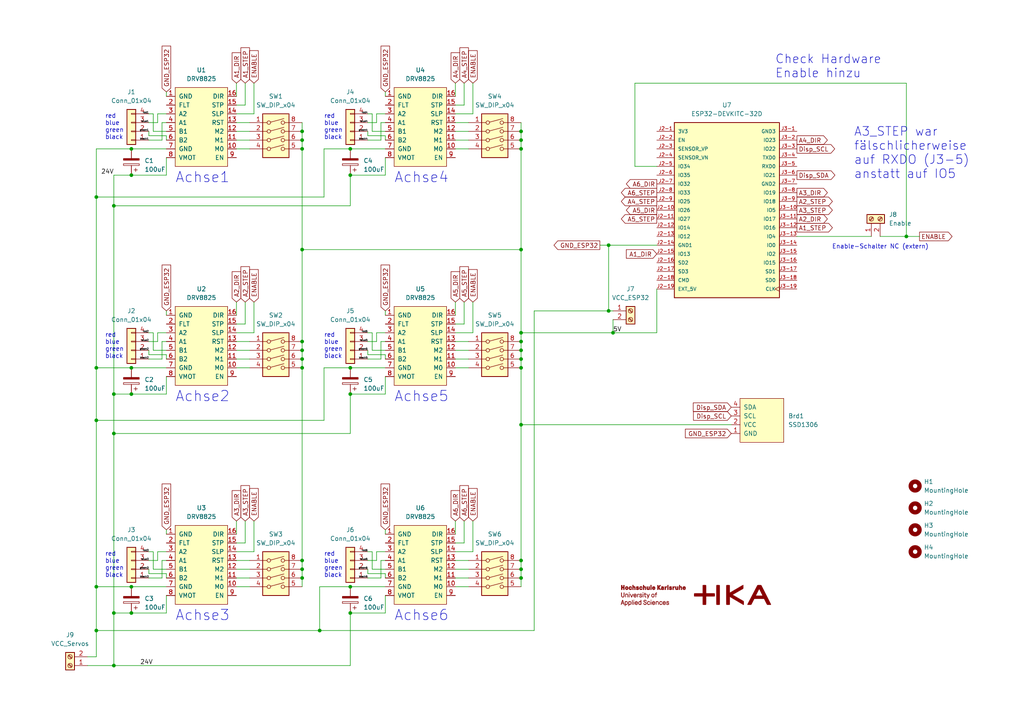
<source format=kicad_sch>
(kicad_sch (version 20230121) (generator eeschema)
  (paper "A4")
  (title_block (title "diy-robotics-arm V03"))
  (lib_symbols
    (symbol "Connector:Screw_Terminal_01x02" (pin_names (offset 1.016) hide)
      (property "Reference" "J" (at 0 2.54 0))
      (property "Value" "Screw_Terminal_01x02" (at 0 -5.08 0))
      (symbol "Screw_Terminal_01x02_1_1"
        (pin passive line (at -5.08 0 0) (length 3.81) (name "Pin_1") (number "1"))
        (pin passive line (at -5.08 -2.54 0) (length 3.81) (name "Pin_2") (number "2"))
      )
    )
    (symbol "Connector_Generic:Conn_01x04" (pin_names (offset 1.016) hide)
      (property "Reference" "J" (at 0 5.08 0))
      (property "Value" "Conn_01x04" (at 0 -7.62 0))
      (symbol "Conn_01x04_1_1"
        (pin passive line (at -5.08 2.54 0) (length 3.81) (name "Pin_1") (number "1"))
        (pin passive line (at -5.08 0 0) (length 3.81) (name "Pin_2") (number "2"))
        (pin passive line (at -5.08 -2.54 0) (length 3.81) (name "Pin_3") (number "3"))
        (pin passive line (at -5.08 -5.08 0) (length 3.81) (name "Pin_4") (number "4"))
      )
    )
    (symbol "Device:C_Polarized" (pin_numbers hide) (pin_names (offset 0.254))
      (property "Reference" "C" (at 0.635 2.54 0))
      (property "Value" "C_Polarized" (at 0.635 -2.54 0))
      (symbol "C_Polarized_1_1"
        (pin passive line (at 0 3.81 270) (length 2.794) (name "~") (number "1"))
        (pin passive line (at 0 -3.81 90) (length 2.794) (name "~") (number "2"))
      )
    )
    (symbol "ESP32-DEVKITC-32D:ESP32-DEVKITC-32D" (pin_names (offset 1.016))
      (property "Reference" "U" (at -15.2572 26.0643 0))
      (property "Value" "ESP32-DEVKITC-32D" (at -15.2563 -27.9698 0))
      (symbol "ESP32-DEVKITC-32D_0_0"
        (pin power_in line (at -20.32 22.86 0) (length 5.08) (name "3V3") (number "J2-1"))
        (pin bidirectional line (at -20.32 0 0) (length 5.08) (name "IO26") (number "J2-10"))
        (pin bidirectional line (at -20.32 -2.54 0) (length 5.08) (name "IO27") (number "J2-11"))
        (pin bidirectional line (at -20.32 -5.08 0) (length 5.08) (name "IO14") (number "J2-12"))
        (pin bidirectional line (at -20.32 -7.62 0) (length 5.08) (name "IO12") (number "J2-13"))
        (pin power_in line (at -20.32 -10.16 0) (length 5.08) (name "GND1") (number "J2-14"))
        (pin bidirectional line (at -20.32 -12.7 0) (length 5.08) (name "IO13") (number "J2-15"))
        (pin bidirectional line (at -20.32 -15.24 0) (length 5.08) (name "SD2") (number "J2-16"))
        (pin bidirectional line (at -20.32 -17.78 0) (length 5.08) (name "SD3") (number "J2-17"))
        (pin bidirectional line (at -20.32 -20.32 0) (length 5.08) (name "CMD") (number "J2-18"))
        (pin power_in line (at -20.32 -22.86 0) (length 5.08) (name "EXT_5V") (number "J2-19"))
        (pin input line (at -20.32 20.32 0) (length 5.08) (name "EN") (number "J2-2"))
        (pin input line (at -20.32 17.78 0) (length 5.08) (name "SENSOR_VP") (number "J2-3"))
        (pin input line (at -20.32 15.24 0) (length 5.08) (name "SENSOR_VN") (number "J2-4"))
        (pin bidirectional line (at -20.32 12.7 0) (length 5.08) (name "IO34") (number "J2-5"))
        (pin bidirectional line (at -20.32 10.16 0) (length 5.08) (name "IO35") (number "J2-6"))
        (pin bidirectional line (at -20.32 7.62 0) (length 5.08) (name "IO32") (number "J2-7"))
        (pin bidirectional line (at -20.32 5.08 0) (length 5.08) (name "IO33") (number "J2-8"))
        (pin bidirectional line (at -20.32 2.54 0) (length 5.08) (name "IO25") (number "J2-9"))
        (pin power_in line (at 20.32 22.86 180) (length 5.08) (name "GND3") (number "J3-1"))
        (pin bidirectional line (at 20.32 0 180) (length 5.08) (name "IO5") (number "J3-10"))
        (pin bidirectional line (at 20.32 -2.54 180) (length 5.08) (name "IO17") (number "J3-11"))
        (pin bidirectional line (at 20.32 -5.08 180) (length 5.08) (name "IO16") (number "J3-12"))
        (pin bidirectional line (at 20.32 -7.62 180) (length 5.08) (name "IO4") (number "J3-13"))
        (pin bidirectional line (at 20.32 -10.16 180) (length 5.08) (name "IO0") (number "J3-14"))
        (pin bidirectional line (at 20.32 -12.7 180) (length 5.08) (name "IO2") (number "J3-15"))
        (pin bidirectional line (at 20.32 -15.24 180) (length 5.08) (name "IO15") (number "J3-16"))
        (pin bidirectional line (at 20.32 -17.78 180) (length 5.08) (name "SD1") (number "J3-17"))
        (pin bidirectional line (at 20.32 -20.32 180) (length 5.08) (name "SD0") (number "J3-18"))
        (pin input clock (at 20.32 -22.86 180) (length 5.08) (name "CLK") (number "J3-19"))
        (pin bidirectional line (at 20.32 20.32 180) (length 5.08) (name "IO23") (number "J3-2"))
        (pin bidirectional line (at 20.32 17.78 180) (length 5.08) (name "IO22") (number "J3-3"))
        (pin output line (at 20.32 15.24 180) (length 5.08) (name "TXD0") (number "J3-4"))
        (pin input line (at 20.32 12.7 180) (length 5.08) (name "RXD0") (number "J3-5"))
        (pin bidirectional line (at 20.32 10.16 180) (length 5.08) (name "IO21") (number "J3-6"))
        (pin power_in line (at 20.32 7.62 180) (length 5.08) (name "GND2") (number "J3-7"))
        (pin bidirectional line (at 20.32 5.08 180) (length 5.08) (name "IO19") (number "J3-8"))
        (pin bidirectional line (at 20.32 2.54 180) (length 5.08) (name "IO18") (number "J3-9"))
      )
    )
    (symbol "Mechanical:MountingHole" (pin_names (offset 1.016))
      (property "Reference" "H" (at 0 5.08 0))
      (property "Value" "MountingHole" (at 0 3.175 0))
    )
    (symbol "SSD1306-128x64_OLED:SSD1306" (pin_names (offset 1.016))
      (property "Reference" "Brd" (at 0 -3.81 0))
      (property "Value" "SSD1306" (at 0 -1.27 0))
      (symbol "SSD1306_1_1"
        (pin input line (at -3.81 8.89 270) (length 2.54) (name "GND") (number "1"))
        (pin input line (at -1.27 8.89 270) (length 2.54) (name "VCC") (number "2"))
        (pin input line (at 1.27 8.89 270) (length 2.54) (name "SCL") (number "3"))
        (pin input line (at 3.81 8.89 270) (length 2.54) (name "SDA") (number "4"))
      )
    )
    (symbol "Switch:SW_DIP_x04" (pin_names (offset 0) hide)
      (property "Reference" "SW" (at 0 8.89 0))
      (property "Value" "SW_DIP_x04" (at 0 -6.35 0))
      (symbol "SW_DIP_x04_1_1"
        (pin passive line (at -7.62 5.08 0) (length 5.08) (name "~") (number "1"))
        (pin passive line (at -7.62 2.54 0) (length 5.08) (name "~") (number "2"))
        (pin passive line (at -7.62 0 0) (length 5.08) (name "~") (number "3"))
        (pin passive line (at -7.62 -2.54 0) (length 5.08) (name "~") (number "4"))
        (pin passive line (at 7.62 -2.54 180) (length 5.08) (name "~") (number "5"))
        (pin passive line (at 7.62 0 180) (length 5.08) (name "~") (number "6"))
        (pin passive line (at 7.62 2.54 180) (length 5.08) (name "~") (number "7"))
        (pin passive line (at 7.62 5.08 180) (length 5.08) (name "~") (number "8"))
      )
    )
    (symbol "drv8825:DRV8825" (pin_names (offset 1.016))
      (property "Reference" "U" (at -6.9088 -10.5664 0))
      (property "Value" "DRV8825" (at 0 0 90))
      (symbol "DRV8825_1_1"
        (pin power_in line (at -10.16 8.89 0) (length 2.54) (name "GND") (number "1"))
        (pin input line (at 10.16 -6.35 180) (length 2.54) (name "M0") (number "10"))
        (pin input line (at 10.16 -3.81 180) (length 2.54) (name "M1") (number "11"))
        (pin input line (at 10.16 -1.27 180) (length 2.54) (name "M2") (number "12"))
        (pin input line (at 10.16 1.27 180) (length 2.54) (name "RST") (number "13"))
        (pin input line (at 10.16 3.81 180) (length 2.54) (name "SLP") (number "14"))
        (pin input line (at 10.16 6.35 180) (length 2.54) (name "STP") (number "15"))
        (pin input line (at 10.16 8.89 180) (length 2.54) (name "DIR") (number "16"))
        (pin output line (at -10.16 6.35 0) (length 2.54) (name "FLT") (number "2"))
        (pin output line (at -10.16 3.81 0) (length 2.54) (name "A2") (number "3"))
        (pin output line (at -10.16 1.27 0) (length 2.54) (name "A1") (number "4"))
        (pin output line (at -10.16 -1.27 0) (length 2.54) (name "B1") (number "5"))
        (pin output line (at -10.16 -3.81 0) (length 2.54) (name "B2") (number "6"))
        (pin power_in line (at -10.16 -6.35 0) (length 2.54) (name "GND") (number "7"))
        (pin power_in line (at -10.16 -8.89 0) (length 2.54) (name "VMOT") (number "8"))
        (pin input line (at 10.16 -8.89 180) (length 2.54) (name "EN") (number "9"))
      )
    )
    (symbol "hka_logo:LOGO" (pin_names (offset 1.016)))
  )
  (junction (at 101.6 43.18))
  (junction (at 151.13 101.6))
  (junction (at 27.94 121.92))
  (junction (at 38.1 43.18))
  (junction (at 87.63 104.14))
  (junction (at 33.02 125.73))
  (junction (at 27.94 106.68))
  (junction (at 38.1 114.3))
  (junction (at 33.02 59.69))
  (junction (at 177.8 96.52))
  (junction (at 151.13 43.18))
  (junction (at 87.63 99.06))
  (junction (at 176.53 71.12))
  (junction (at 87.63 43.18))
  (junction (at 38.1 106.68))
  (junction (at 151.13 165.1))
  (junction (at 151.13 38.1))
  (junction (at 101.6 170.18))
  (junction (at 151.13 162.56))
  (junction (at 38.1 170.18))
  (junction (at 87.63 40.64))
  (junction (at 87.63 106.68))
  (junction (at 101.6 106.68))
  (junction (at 151.13 99.06))
  (junction (at 38.1 50.8))
  (junction (at 92.71 182.88))
  (junction (at 151.13 106.68))
  (junction (at 87.63 101.6))
  (junction (at 87.63 167.64))
  (junction (at 151.13 123.19))
  (junction (at 101.6 50.8))
  (junction (at 33.02 193.04))
  (junction (at 101.6 114.3))
  (junction (at 33.02 177.8))
  (junction (at 101.6 177.8))
  (junction (at 27.94 57.15))
  (junction (at 151.13 40.64))
  (junction (at 38.1 177.8))
  (junction (at 87.63 165.1))
  (junction (at 151.13 96.52))
  (junction (at 87.63 162.56))
  (junction (at 87.63 38.1))
  (junction (at 33.02 114.3))
  (junction (at 27.94 182.88))
  (junction (at 151.13 104.14))
  (junction (at 176.53 90.17))
  (junction (at 262.89 68.58))
  (junction (at 27.94 170.18))
  (junction (at 151.13 167.64))
  (junction (at 87.63 72.39))
  (junction (at 151.13 72.39))
  (wire (pts (xy 44.45 160.02) (xy 44.45 165.1)))
  (wire (pts (xy 73.66 24.13) (xy 73.66 33.02)))
  (wire (pts (xy 73.66 96.52) (xy 68.58 96.52)))
  (wire (pts (xy 73.66 87.63) (xy 73.66 96.52)))
  (wire (pts (xy 135.89 167.64) (xy 132.08 167.64)))
  (wire (pts (xy 33.02 114.3) (xy 33.02 59.69)))
  (wire (pts (xy 87.63 101.6) (xy 87.63 104.14)))
  (wire (pts (xy 111.76 153.67) (xy 111.76 154.94)))
  (wire (pts (xy 43.18 166.37) (xy 48.26 166.37)))
  (wire (pts (xy 87.63 167.64) (xy 87.63 170.18)))
  (wire (pts (xy 48.26 90.17) (xy 48.26 91.44)))
  (wire (pts (xy 135.89 99.06) (xy 132.08 99.06)))
  (wire (pts (xy 137.16 33.02) (xy 132.08 33.02)))
  (wire (pts (xy 27.94 106.68) (xy 27.94 121.92)))
  (wire (pts (xy 43.18 104.14) (xy 46.99 104.14)))
  (wire (pts (xy 92.71 170.18) (xy 92.71 182.88)))
  (wire (pts (xy 101.6 170.18) (xy 111.76 170.18)))
  (wire (pts (xy 109.22 99.06) (xy 109.22 96.52)))
  (wire (pts (xy 48.26 39.37) (xy 48.26 40.64)))
  (wire (pts (xy 137.16 96.52) (xy 132.08 96.52)))
  (wire (pts (xy 106.68 160.02) (xy 107.95 160.02)))
  (wire (pts (xy 106.68 33.02) (xy 107.95 33.02)))
  (wire (pts (xy 72.39 99.06) (xy 68.58 99.06)))
  (wire (pts (xy 132.08 151.13) (xy 132.08 154.94)))
  (wire (pts (xy 87.63 99.06) (xy 87.63 101.6)))
  (wire (pts (xy 110.49 99.06) (xy 111.76 99.06)))
  (wire (pts (xy 87.63 104.14) (xy 87.63 106.68)))
  (wire (pts (xy 87.63 35.56) (xy 87.63 38.1)))
  (wire (pts (xy 151.13 123.19) (xy 212.09 123.19)))
  (wire (pts (xy 48.26 102.87) (xy 48.26 104.14)))
  (wire (pts (xy 87.63 72.39) (xy 87.63 99.06)))
  (wire (pts (xy 43.18 33.02) (xy 44.45 33.02)))
  (wire (pts (xy 110.49 99.06) (xy 110.49 104.14)))
  (wire (pts (xy 68.58 157.48) (xy 71.12 157.48)))
  (wire (pts (xy 71.12 93.98) (xy 71.12 87.63)))
  (wire (pts (xy 27.94 170.18) (xy 38.1 170.18)))
  (wire (pts (xy 92.71 170.18) (xy 101.6 170.18)))
  (wire (pts (xy 87.63 106.68) (xy 87.63 162.56)))
  (wire (pts (xy 101.6 50.8) (xy 111.76 50.8)))
  (wire (pts (xy 132.08 24.13) (xy 132.08 27.94)))
  (wire (pts (xy 106.68 35.56) (xy 109.22 35.56)))
  (wire (pts (xy 72.39 104.14) (xy 68.58 104.14)))
  (wire (pts (xy 72.39 40.64) (xy 68.58 40.64)))
  (wire (pts (xy 111.76 90.17) (xy 111.76 91.44)))
  (wire (pts (xy 151.13 167.64) (xy 151.13 170.18)))
  (wire (pts (xy 151.13 123.19) (xy 151.13 162.56)))
  (wire (pts (xy 43.18 39.37) (xy 48.26 39.37)))
  (wire (pts (xy 45.72 99.06) (xy 45.72 96.52)))
  (wire (pts (xy 184.15 24.13) (xy 262.89 24.13)))
  (wire (pts (xy 132.08 30.48) (xy 134.62 30.48)))
  (wire (pts (xy 184.15 48.26) (xy 184.15 24.13)))
  (wire (pts (xy 154.94 182.88) (xy 154.94 90.17)))
  (wire (pts (xy 72.39 170.18) (xy 68.58 170.18)))
  (wire (pts (xy 151.13 104.14) (xy 151.13 106.68)))
  (wire (pts (xy 177.8 96.52) (xy 190.5 96.52)))
  (wire (pts (xy 33.02 177.8) (xy 38.1 177.8)))
  (wire (pts (xy 132.08 157.48) (xy 134.62 157.48)))
  (wire (pts (xy 106.68 102.87) (xy 111.76 102.87)))
  (wire (pts (xy 48.26 109.22) (xy 48.26 114.3)))
  (wire (pts (xy 109.22 96.52) (xy 111.76 96.52)))
  (wire (pts (xy 33.02 125.73) (xy 33.02 177.8)))
  (wire (pts (xy 38.1 106.68) (xy 48.26 106.68)))
  (wire (pts (xy 44.45 33.02) (xy 44.45 38.1)))
  (wire (pts (xy 87.63 162.56) (xy 87.63 165.1)))
  (wire (pts (xy 176.53 90.17) (xy 177.8 90.17)))
  (wire (pts (xy 135.89 101.6) (xy 132.08 101.6)))
  (wire (pts (xy 46.99 99.06) (xy 46.99 104.14)))
  (wire (pts (xy 173.99 71.12) (xy 176.53 71.12)))
  (wire (pts (xy 72.39 167.64) (xy 68.58 167.64)))
  (wire (pts (xy 46.99 35.56) (xy 46.99 40.64)))
  (wire (pts (xy 44.45 96.52) (xy 44.45 101.6)))
  (wire (pts (xy 109.22 35.56) (xy 109.22 33.02)))
  (wire (pts (xy 111.76 109.22) (xy 111.76 114.3)))
  (wire (pts (xy 151.13 96.52) (xy 151.13 99.06)))
  (wire (pts (xy 101.6 43.18) (xy 111.76 43.18)))
  (wire (pts (xy 135.89 38.1) (xy 132.08 38.1)))
  (wire (pts (xy 135.89 35.56) (xy 132.08 35.56)))
  (wire (pts (xy 132.08 93.98) (xy 134.62 93.98)))
  (wire (pts (xy 106.68 101.6) (xy 106.68 102.87)))
  (wire (pts (xy 135.89 165.1) (xy 132.08 165.1)))
  (wire (pts (xy 38.1 50.8) (xy 48.26 50.8)))
  (wire (pts (xy 106.68 99.06) (xy 109.22 99.06)))
  (wire (pts (xy 87.63 40.64) (xy 87.63 43.18)))
  (wire (pts (xy 44.45 38.1) (xy 48.26 38.1)))
  (wire (pts (xy 135.89 40.64) (xy 132.08 40.64)))
  (wire (pts (xy 72.39 106.68) (xy 68.58 106.68)))
  (wire (pts (xy 87.63 43.18) (xy 87.63 72.39)))
  (wire (pts (xy 72.39 165.1) (xy 68.58 165.1)))
  (wire (pts (xy 68.58 24.13) (xy 68.58 27.94)))
  (wire (pts (xy 137.16 87.63) (xy 137.16 96.52)))
  (wire (pts (xy 73.66 160.02) (xy 68.58 160.02)))
  (wire (pts (xy 33.02 177.8) (xy 33.02 193.04)))
  (wire (pts (xy 110.49 35.56) (xy 110.49 40.64)))
  (wire (pts (xy 151.13 35.56) (xy 151.13 38.1)))
  (wire (pts (xy 25.4 193.04) (xy 33.02 193.04)))
  (wire (pts (xy 106.68 165.1) (xy 106.68 166.37)))
  (wire (pts (xy 27.94 57.15) (xy 93.98 57.15)))
  (wire (pts (xy 106.68 39.37) (xy 111.76 39.37)))
  (wire (pts (xy 190.5 48.26) (xy 184.15 48.26)))
  (wire (pts (xy 151.13 106.68) (xy 151.13 123.19)))
  (wire (pts (xy 33.02 114.3) (xy 33.02 125.73)))
  (wire (pts (xy 72.39 35.56) (xy 68.58 35.56)))
  (wire (pts (xy 101.6 114.3) (xy 101.6 125.73)))
  (wire (pts (xy 87.63 72.39) (xy 151.13 72.39)))
  (wire (pts (xy 107.95 160.02) (xy 107.95 165.1)))
  (wire (pts (xy 106.68 166.37) (xy 111.76 166.37)))
  (wire (pts (xy 72.39 38.1) (xy 68.58 38.1)))
  (wire (pts (xy 101.6 177.8) (xy 111.76 177.8)))
  (wire (pts (xy 38.1 50.8) (xy 33.02 50.8)))
  (wire (pts (xy 151.13 165.1) (xy 151.13 167.64)))
  (wire (pts (xy 135.89 104.14) (xy 132.08 104.14)))
  (wire (pts (xy 107.95 38.1) (xy 111.76 38.1)))
  (wire (pts (xy 106.68 104.14) (xy 110.49 104.14)))
  (wire (pts (xy 151.13 101.6) (xy 151.13 104.14)))
  (wire (pts (xy 87.63 38.1) (xy 87.63 40.64)))
  (wire (pts (xy 43.18 162.56) (xy 45.72 162.56)))
  (wire (pts (xy 43.18 96.52) (xy 44.45 96.52)))
  (wire (pts (xy 46.99 162.56) (xy 46.99 167.64)))
  (wire (pts (xy 27.94 121.92) (xy 27.94 170.18)))
  (wire (pts (xy 93.98 106.68) (xy 93.98 121.92)))
  (wire (pts (xy 101.6 193.04) (xy 101.6 177.8)))
  (wire (pts (xy 137.16 151.13) (xy 137.16 160.02)))
  (wire (pts (xy 137.16 160.02) (xy 132.08 160.02)))
  (wire (pts (xy 43.18 38.1) (xy 43.18 39.37)))
  (wire (pts (xy 48.26 172.72) (xy 48.26 177.8)))
  (wire (pts (xy 27.94 57.15) (xy 27.94 106.68)))
  (wire (pts (xy 106.68 38.1) (xy 106.68 39.37)))
  (wire (pts (xy 151.13 40.64) (xy 151.13 43.18)))
  (wire (pts (xy 45.72 96.52) (xy 48.26 96.52)))
  (wire (pts (xy 43.18 102.87) (xy 48.26 102.87)))
  (wire (pts (xy 107.95 33.02) (xy 107.95 38.1)))
  (wire (pts (xy 48.26 45.72) (xy 48.26 50.8)))
  (wire (pts (xy 111.76 102.87) (xy 111.76 104.14)))
  (wire (pts (xy 48.26 153.67) (xy 48.26 154.94)))
  (wire (pts (xy 46.99 35.56) (xy 48.26 35.56)))
  (wire (pts (xy 176.53 71.12) (xy 176.53 90.17)))
  (wire (pts (xy 111.76 45.72) (xy 111.76 50.8)))
  (wire (pts (xy 38.1 177.8) (xy 48.26 177.8)))
  (wire (pts (xy 109.22 160.02) (xy 111.76 160.02)))
  (wire (pts (xy 48.26 26.67) (xy 48.26 27.94)))
  (wire (pts (xy 134.62 30.48) (xy 134.62 24.13)))
  (wire (pts (xy 110.49 35.56) (xy 111.76 35.56)))
  (wire (pts (xy 43.18 165.1) (xy 43.18 166.37)))
  (wire (pts (xy 48.26 166.37) (xy 48.26 167.64)))
  (wire (pts (xy 43.18 40.64) (xy 46.99 40.64)))
  (wire (pts (xy 107.95 101.6) (xy 111.76 101.6)))
  (wire (pts (xy 43.18 101.6) (xy 43.18 102.87)))
  (wire (pts (xy 45.72 162.56) (xy 45.72 160.02)))
  (wire (pts (xy 27.94 43.18) (xy 38.1 43.18)))
  (wire (pts (xy 134.62 93.98) (xy 134.62 87.63)))
  (wire (pts (xy 93.98 106.68) (xy 101.6 106.68)))
  (wire (pts (xy 231.14 68.58) (xy 252.73 68.58)))
  (wire (pts (xy 106.68 40.64) (xy 110.49 40.64)))
  (wire (pts (xy 135.89 162.56) (xy 132.08 162.56)))
  (wire (pts (xy 109.22 162.56) (xy 109.22 160.02)))
  (wire (pts (xy 93.98 43.18) (xy 93.98 57.15)))
  (wire (pts (xy 25.4 190.5) (xy 27.94 190.5)))
  (wire (pts (xy 137.16 24.13) (xy 137.16 33.02)))
  (wire (pts (xy 151.13 162.56) (xy 151.13 165.1)))
  (wire (pts (xy 71.12 30.48) (xy 71.12 24.13)))
  (wire (pts (xy 109.22 33.02) (xy 111.76 33.02)))
  (wire (pts (xy 45.72 33.02) (xy 48.26 33.02)))
  (wire (pts (xy 93.98 121.92) (xy 27.94 121.92)))
  (wire (pts (xy 107.95 165.1) (xy 111.76 165.1)))
  (wire (pts (xy 44.45 165.1) (xy 48.26 165.1)))
  (wire (pts (xy 111.76 39.37) (xy 111.76 40.64)))
  (wire (pts (xy 110.49 162.56) (xy 110.49 167.64)))
  (wire (pts (xy 68.58 151.13) (xy 68.58 154.94)))
  (wire (pts (xy 33.02 193.04) (xy 101.6 193.04)))
  (wire (pts (xy 27.94 43.18) (xy 27.94 57.15)))
  (wire (pts (xy 38.1 43.18) (xy 48.26 43.18)))
  (wire (pts (xy 151.13 38.1) (xy 151.13 40.64)))
  (wire (pts (xy 43.18 160.02) (xy 44.45 160.02)))
  (wire (pts (xy 68.58 87.63) (xy 68.58 91.44)))
  (wire (pts (xy 151.13 96.52) (xy 177.8 96.52)))
  (wire (pts (xy 46.99 99.06) (xy 48.26 99.06)))
  (wire (pts (xy 151.13 43.18) (xy 151.13 72.39)))
  (wire (pts (xy 68.58 30.48) (xy 71.12 30.48)))
  (wire (pts (xy 27.94 170.18) (xy 27.94 182.88)))
  (wire (pts (xy 73.66 151.13) (xy 73.66 160.02)))
  (wire (pts (xy 262.89 24.13) (xy 262.89 68.58)))
  (wire (pts (xy 43.18 167.64) (xy 46.99 167.64)))
  (wire (pts (xy 106.68 96.52) (xy 107.95 96.52)))
  (wire (pts (xy 101.6 106.68) (xy 111.76 106.68)))
  (wire (pts (xy 43.18 99.06) (xy 45.72 99.06)))
  (wire (pts (xy 106.68 162.56) (xy 109.22 162.56)))
  (wire (pts (xy 134.62 157.48) (xy 134.62 151.13)))
  (wire (pts (xy 107.95 96.52) (xy 107.95 101.6)))
  (wire (pts (xy 111.76 26.67) (xy 111.76 27.94)))
  (wire (pts (xy 72.39 162.56) (xy 68.58 162.56)))
  (wire (pts (xy 132.08 87.63) (xy 132.08 91.44)))
  (wire (pts (xy 33.02 50.8) (xy 33.02 59.69)))
  (wire (pts (xy 43.18 35.56) (xy 45.72 35.56)))
  (wire (pts (xy 92.71 182.88) (xy 154.94 182.88)))
  (wire (pts (xy 87.63 165.1) (xy 87.63 167.64)))
  (wire (pts (xy 92.71 182.88) (xy 27.94 182.88)))
  (wire (pts (xy 101.6 114.3) (xy 111.76 114.3)))
  (wire (pts (xy 45.72 35.56) (xy 45.72 33.02)))
  (wire (pts (xy 106.68 167.64) (xy 110.49 167.64)))
  (wire (pts (xy 176.53 71.12) (xy 190.5 71.12)))
  (wire (pts (xy 177.8 92.71) (xy 177.8 96.52)))
  (wire (pts (xy 111.76 172.72) (xy 111.76 177.8)))
  (wire (pts (xy 68.58 93.98) (xy 71.12 93.98)))
  (wire (pts (xy 45.72 160.02) (xy 48.26 160.02)))
  (wire (pts (xy 27.94 106.68) (xy 38.1 106.68)))
  (wire (pts (xy 190.5 96.52) (xy 190.5 83.82)))
  (wire (pts (xy 44.45 101.6) (xy 48.26 101.6)))
  (wire (pts (xy 33.02 59.69) (xy 101.6 59.69)))
  (wire (pts (xy 101.6 50.8) (xy 101.6 59.69)))
  (wire (pts (xy 46.99 162.56) (xy 48.26 162.56)))
  (wire (pts (xy 33.02 114.3) (xy 38.1 114.3)))
  (wire (pts (xy 27.94 190.5) (xy 27.94 182.88)))
  (wire (pts (xy 151.13 72.39) (xy 151.13 96.52)))
  (wire (pts (xy 151.13 99.06) (xy 151.13 101.6)))
  (wire (pts (xy 72.39 101.6) (xy 68.58 101.6)))
  (wire (pts (xy 111.76 166.37) (xy 111.76 167.64)))
  (wire (pts (xy 93.98 43.18) (xy 101.6 43.18)))
  (wire (pts (xy 38.1 170.18) (xy 48.26 170.18)))
  (wire (pts (xy 154.94 90.17) (xy 176.53 90.17)))
  (wire (pts (xy 262.89 68.58) (xy 266.7 68.58)))
  (wire (pts (xy 71.12 157.48) (xy 71.12 151.13)))
  (wire (pts (xy 73.66 33.02) (xy 68.58 33.02)))
  (wire (pts (xy 38.1 114.3) (xy 48.26 114.3)))
  (wire (pts (xy 72.39 43.18) (xy 68.58 43.18)))
  (wire (pts (xy 135.89 106.68) (xy 132.08 106.68)))
  (wire (pts (xy 135.89 170.18) (xy 132.08 170.18)))
  (wire (pts (xy 255.27 68.58) (xy 262.89 68.58)))
  (wire (pts (xy 101.6 125.73) (xy 33.02 125.73)))
  (wire (pts (xy 135.89 43.18) (xy 132.08 43.18)))
  (wire (pts (xy 110.49 162.56) (xy 111.76 162.56)))
  (text "red\nblue\ngreen\nblack" (at 30.48 104.14 0) (effects (font (size 1.27 1.27)) (justify left bottom)))
  (text "Achse6" (at 114.3 180.34 0) (effects (font (size 3 3)) (justify left bottom)))
  (text "red\nblue\ngreen\nblack" (at 93.98 40.64 0) (effects (font (size 1.27 1.27)) (justify left bottom)))
  (text "Achse3" (at 50.8 180.34 0) (effects (font (size 3 3)) (justify left bottom)))
  (text "red\nblue\ngreen\nblack" (at 30.48 40.64 0) (effects (font (size 1.27 1.27)) (justify left bottom)))
  (text "Achse4" (at 114.3 53.34 0) (effects (font (size 3 3)) (justify left bottom)))
  (text "Check Hardware\nEnable hinzu" (at 224.79 22.86 0) (effects (font (size 2.54 2.54)) (justify left bottom)))
  (text "Achse1" (at 50.8 53.34 0) (effects (font (size 3 3)) (justify left bottom)))
  (text "red\nblue\ngreen\nblack" (at 93.98 104.14 0) (effects (font (size 1.27 1.27)) (justify left bottom)))
  (text "Enable-Schalter NC (extern)" (at 241.3 72.39 0) (effects (font (size 1.27 1.27)) (justify left bottom)))
  (text "A3_STEP war \nfälschlicherweise \nauf RXDO (J3-5) \nanstatt auf IO5" (at 247.65 52.07 0) (effects (font (size 2.54 2.54)) (justify left bottom)))
  (text "red\nblue\ngreen\nblack" (at 30.48 167.64 0) (effects (font (size 1.27 1.27)) (justify left bottom)))
  (text "Achse2" (at 50.8 116.84 0) (effects (font (size 3 3)) (justify left bottom)))
  (text "Achse5" (at 114.3 116.84 0) (effects (font (size 3 3)) (justify left bottom)))
  (text "red\nblue\ngreen\nblack" (at 93.98 167.64 0) (effects (font (size 1.27 1.27)) (justify left bottom)))
  (label "black2" (at 43.18 104.14 180) (effects (font (size 0.5 0.5))) (property "Netclass" "Stepper" (effects hide)))
  (label "red5" (at 106.68 96.52 180) (effects (font (size 0.5 0.5))) (property "Netclass" "Stepper" (effects hide)))
  (label "blue1" (at 43.18 35.56 180) (effects (font (size 0.5 0.5))) (property "Netclass" "Stepper" (effects hide)))
  (label "5V" (at 177.8 96.52 0) (property "Netclass" "Power5V" (effects hide)))
  (label "green4" (at 106.68 38.1 180) (effects (font (size 0.5 0.5))) (property "Netclass" "Stepper" (effects hide)))
  (label "black3" (at 43.18 167.64 180) (effects (font (size 0.5 0.5))) (property "Netclass" "Stepper" (effects hide)))
  (label "blue3" (at 43.18 162.56 180) (effects (font (size 0.5 0.5))) (property "Netclass" "Stepper" (effects hide)))
  (label "blue2" (at 43.18 99.06 180) (effects (font (size 0.5 0.5))) (property "Netclass" "Stepper" (effects hide)))
  (label "green3" (at 43.18 165.1 180) (effects (font (size 0.5 0.5))) (property "Netclass" "Stepper" (effects hide)))
  (label "red1" (at 43.18 33.02 180) (effects (font (size 0.5 0.5))) (property "Netclass" "Stepper" (effects hide)))
  (label "red2" (at 43.18 96.52 180) (effects (font (size 0.5 0.5))) (property "Netclass" "Stepper" (effects hide)))
  (label "black5" (at 106.68 104.14 180) (effects (font (size 0.5 0.5))) (property "Netclass" "Stepper" (effects hide)))
  (label "red3" (at 43.18 160.02 180) (effects (font (size 0.5 0.5))) (property "Netclass" "Stepper" (effects hide)))
  (label "green5" (at 106.68 101.6 180) (effects (font (size 0.5 0.5))) (property "Netclass" "Stepper" (effects hide)))
  (label "black1" (at 43.18 40.64 180) (effects (font (size 0.5 0.5))) (property "Netclass" "Stepper" (effects hide)))
  (label "blue5" (at 106.68 99.06 180) (effects (font (size 0.5 0.5))) (property "Netclass" "Stepper" (effects hide)))
  (label "green2" (at 43.18 101.6 180) (effects (font (size 0.5 0.5))) (property "Netclass" "Stepper" (effects hide)))
  (label "green6" (at 106.68 165.1 180) (effects (font (size 0.5 0.5))) (property "Netclass" "Stepper" (effects hide)))
  (label "24V" (at 40.64 193.04 0) (property "Netclass" "Power24V" (effects hide)))
  (label "24V" (at 33.02 50.8 180))
  (label "red4" (at 106.68 33.02 180) (effects (font (size 0.5 0.5))) (property "Netclass" "Stepper" (effects hide)))
  (label "blue4" (at 106.68 35.56 180) (effects (font (size 0.5 0.5))) (property "Netclass" "Stepper" (effects hide)))
  (label "red6" (at 106.68 160.02 180) (effects (font (size 0.5 0.5))) (property "Netclass" "Stepper" (effects hide)))
  (label "black4" (at 106.68 40.64 180) (effects (font (size 0.5 0.5))) (property "Netclass" "Stepper" (effects hide)))
  (label "black6" (at 106.68 167.64 180) (effects (font (size 0.5 0.5))) (property "Netclass" "Stepper" (effects hide)))
  (label "green1" (at 43.18 38.1 180) (effects (font (size 0.5 0.5))) (property "Netclass" "Stepper" (effects hide)))
  (label "blue6" (at 106.68 162.56 180) (effects (font (size 0.5 0.5))) (property "Netclass" "Stepper" (effects hide)))
  (global_label "A1_DIR" (shape input) (at 190.5 73.66 180) (property "Intersheetrefs" "${INTERSHEET_REFS}" (effects hide)))
  (global_label "Disp_SCL" (shape output) (at 231.14 43.18 0) (property "Intersheetrefs" "${INTERSHEET_REFS}" (effects hide)))
  (global_label "GND_ESP32" (shape input) (at 212.09 125.73 180) (property "Intersheetrefs" "${INTERSHEET_REFS}" (effects hide)))
  (global_label "A6_DIR" (shape output) (at 190.5 53.34 180) (property "Intersheetrefs" "${INTERSHEET_REFS}" (effects hide)))
  (global_label "A5_STEP" (shape output) (at 190.5 63.5 180) (property "Intersheetrefs" "${INTERSHEET_REFS}" (effects hide)))
  (global_label "GND_ESP32" (shape input) (at 48.26 90.17 90) (property "Intersheetrefs" "${INTERSHEET_REFS}" (effects hide)))
  (global_label "GND_ESP32" (shape input) (at 111.76 26.67 90) (property "Intersheetrefs" "${INTERSHEET_REFS}" (effects hide)))
  (global_label "A4_DIR" (shape input) (at 132.08 24.13 90) (property "Intersheetrefs" "${INTERSHEET_REFS}" (effects hide)))
  (global_label "A3_STEP" (shape output) (at 231.14 60.96 0) (property "Intersheetrefs" "${INTERSHEET_REFS}" (effects hide)))
  (global_label "GND_ESP32" (shape input) (at 48.26 153.67 90) (property "Intersheetrefs" "${INTERSHEET_REFS}" (effects hide)))
  (global_label "A5_DIR" (shape output) (at 190.5 60.96 180) (property "Intersheetrefs" "${INTERSHEET_REFS}" (effects hide)))
  (global_label "Disp_SDA" (shape output) (at 231.14 50.8 0) (property "Intersheetrefs" "${INTERSHEET_REFS}" (effects hide)))
  (global_label "A6_STEP" (shape output) (at 190.5 55.88 180) (property "Intersheetrefs" "${INTERSHEET_REFS}" (effects hide)))
  (global_label "A1_STEP" (shape output) (at 231.14 66.04 0) (property "Intersheetrefs" "${INTERSHEET_REFS}" (effects hide)))
  (global_label "GND_ESP32" (shape output) (at 173.99 71.12 180) (property "Intersheetrefs" "${INTERSHEET_REFS}" (effects hide)))
  (global_label "A3_STEP" (shape input) (at 71.12 151.13 90) (property "Intersheetrefs" "${INTERSHEET_REFS}" (effects hide)))
  (global_label "A3_DIR" (shape input) (at 68.58 151.13 90) (property "Intersheetrefs" "${INTERSHEET_REFS}" (effects hide)))
  (global_label "A1_STEP" (shape input) (at 71.12 24.13 90) (property "Intersheetrefs" "${INTERSHEET_REFS}" (effects hide)))
  (global_label "ENABLE" (shape output) (at 266.7 68.58 0) (property "Intersheetrefs" "${INTERSHEET_REFS}" (effects hide)))
  (global_label "GND_ESP32" (shape input) (at 48.26 26.67 90) (property "Intersheetrefs" "${INTERSHEET_REFS}" (effects hide)))
  (global_label "A1_DIR" (shape input) (at 68.58 24.13 90) (property "Intersheetrefs" "${INTERSHEET_REFS}" (effects hide)))
  (global_label "ENABLE" (shape input) (at 73.66 87.63 90) (property "Intersheetrefs" "${INTERSHEET_REFS}" (effects hide)))
  (global_label "A2_DIR" (shape input) (at 68.58 87.63 90) (property "Intersheetrefs" "${INTERSHEET_REFS}" (effects hide)))
  (global_label "Disp_SDA" (shape input) (at 212.09 118.11 180) (property "Intersheetrefs" "${INTERSHEET_REFS}" (effects hide)))
  (global_label "A2_STEP" (shape output) (at 231.14 58.42 0) (property "Intersheetrefs" "${INTERSHEET_REFS}" (effects hide)))
  (global_label "GND_ESP32" (shape input) (at 111.76 153.67 90) (property "Intersheetrefs" "${INTERSHEET_REFS}" (effects hide)))
  (global_label "A6_DIR" (shape input) (at 132.08 151.13 90) (property "Intersheetrefs" "${INTERSHEET_REFS}" (effects hide)))
  (global_label "GND_ESP32" (shape input) (at 111.76 90.17 90) (property "Intersheetrefs" "${INTERSHEET_REFS}" (effects hide)))
  (global_label "A5_STEP" (shape input) (at 134.62 87.63 90) (property "Intersheetrefs" "${INTERSHEET_REFS}" (effects hide)))
  (global_label "A4_DIR" (shape output) (at 231.14 40.64 0) (property "Intersheetrefs" "${INTERSHEET_REFS}" (effects hide)))
  (global_label "A2_DIR" (shape output) (at 231.14 63.5 0) (property "Intersheetrefs" "${INTERSHEET_REFS}" (effects hide)))
  (global_label "ENABLE" (shape input) (at 137.16 151.13 90) (property "Intersheetrefs" "${INTERSHEET_REFS}" (effects hide)))
  (global_label "ENABLE" (shape input) (at 137.16 24.13 90) (property "Intersheetrefs" "${INTERSHEET_REFS}" (effects hide)))
  (global_label "A6_STEP" (shape input) (at 134.62 151.13 90) (property "Intersheetrefs" "${INTERSHEET_REFS}" (effects hide)))
  (global_label "Disp_SCL" (shape input) (at 212.09 120.65 180) (property "Intersheetrefs" "${INTERSHEET_REFS}" (effects hide)))
  (global_label "ENABLE" (shape input) (at 137.16 87.63 90) (property "Intersheetrefs" "${INTERSHEET_REFS}" (effects hide)))
  (global_label "A2_STEP" (shape input) (at 71.12 87.63 90) (property "Intersheetrefs" "${INTERSHEET_REFS}" (effects hide)))
  (global_label "A3_DIR" (shape output) (at 231.14 55.88 0) (property "Intersheetrefs" "${INTERSHEET_REFS}" (effects hide)))
  (global_label "A5_DIR" (shape input) (at 132.08 87.63 90) (property "Intersheetrefs" "${INTERSHEET_REFS}" (effects hide)))
  (global_label "ENABLE" (shape input) (at 73.66 151.13 90) (property "Intersheetrefs" "${INTERSHEET_REFS}" (effects hide)))
  (global_label "A4_STEP" (shape output) (at 190.5 58.42 180) (property "Intersheetrefs" "${INTERSHEET_REFS}" (effects hide)))
  (global_label "A4_STEP" (shape input) (at 134.62 24.13 90) (property "Intersheetrefs" "${INTERSHEET_REFS}" (effects hide)))
  (global_label "ENABLE" (shape input) (at 73.66 24.13 90) (property "Intersheetrefs" "${INTERSHEET_REFS}" (effects hide)))
  (symbol (lib_id "Connector:Screw_Terminal_01x02") (at 20.32 193.04 180) (unit 1)
    (property "Reference" "J9" (at 20.32 184.15 0))
    (property "Value" "VCC_Servos" (at 20.32 186.69 0))
    (property "Footprint" "TerminalBlock_Phoenix:TerminalBlock_Phoenix_MKDS-1,5-2_1x02_P5.00mm_Horizontal" (effects hide))
  )
  (symbol (lib_id "drv8825:DRV8825") (at 121.92 163.83 0) (unit 1)
    (property "Reference" "U6" (at 121.92 147.32 0))
    (property "Value" "DRV8825" (at 121.92 149.86 0))
    (property "Footprint" "DRV8825:DRV8825_Breakout_15.2x20.3mm" (effects hide))
    (property "Datasheet" "https://www.ti.com/lit/ds/symlink/drv8825.pdf" (effects hide))
  )
  (symbol (lib_id "Connector_Generic:Conn_01x04") (at 38.1 38.1 180) (unit 1)
    (property "Reference" "J1" (at 38.1 26.67 0))
    (property "Value" "Conn_01x04" (at 38.1 29.21 0))
    (property "Footprint" "Connector_PinHeader_2.54mm:PinHeader_1x04_P2.54mm_Vertical" (effects hide))
  )
  (symbol (lib_id "Device:C_Polarized") (at 101.6 110.49 180) (unit 1)
    (property "Reference" "C5" (at 105.41 110.109 0) (effects (justify right)))
    (property "Value" "100uF" (at 105.41 112.649 0) (effects (justify right)))
    (property "Footprint" "Capacitor_THT:CP_Radial_D5.0mm_P2.00mm" (effects hide))
  )
  (symbol (lib_id "Connector:Screw_Terminal_01x02") (at 182.88 90.17 0) (unit 1)
    (property "Reference" "J7" (at 182.88 83.82 0))
    (property "Value" "VCC_ESP32" (at 182.88 86.36 0))
    (property "Footprint" "TerminalBlock_Phoenix:TerminalBlock_Phoenix_MKDS-1,5-2_1x02_P5.00mm_Horizontal" (effects hide))
  )
  (symbol (lib_id "drv8825:DRV8825") (at 121.92 36.83 0) (unit 1)
    (property "Reference" "U4" (at 121.92 20.32 0))
    (property "Value" "DRV8825" (at 121.92 22.86 0))
    (property "Footprint" "DRV8825:DRV8825_Breakout_15.2x20.3mm" (effects hide))
    (property "Datasheet" "https://www.ti.com/lit/ds/symlink/drv8825.pdf" (effects hide))
  )
  (symbol (lib_id "ESP32-DEVKITC-32D:ESP32-DEVKITC-32D") (at 210.82 60.96 0) (unit 1)
    (property "Reference" "U7" (at 210.82 30.48 0))
    (property "Value" "ESP32-DEVKITC-32D" (at 210.82 33.02 0))
    (property "Footprint" "ESP32-DEVKITC-32D:MODULE_ESP32-DEVKITC-32D" (effects hide))
    (property "MF" "Espressif Systems" (effects hide))
    (property "MAXIMUM_PACKAGE_HEIGHT" "N/A" (effects hide))
    (property "Package" "None" (effects hide))
    (property "Price" "None" (effects hide))
    (property "Check_prices" "https://www.snapeda.com/parts/ESP32-DEVKITC-32D/Espressif+Systems/view-part/?ref=eda" (effects hide))
    (property "STANDARD" "Manufacturer Recommendations" (effects hide))
    (property "PARTREV" "V4" (effects hide))
    (property "SnapEDA_Link" "https://www.snapeda.com/parts/ESP32-DEVKITC-32D/Espressif+Systems/view-part/?ref=snap" (effects hide))
    (property "MP" "ESP32-DEVKITC-32D" (effects hide))
    (property "Purchase-URL" "https://www.snapeda.com/api/url_track_click_mouser/?unipart_id=2777395&manufacturer=Espressif Systems&part_name=ESP32-DEVKITC-32D&search_term=None" (effects hide))
    (property "Description" "\nWiFi Development Tools (802.11) ESP32 General Development Kit, ESP32-WROOM-32D on the board\n" (effects hide))
    (property "MANUFACTURER" "Espressif Systems" (effects hide))
    (property "Availability" "In Stock" (effects hide))
    (property "SNAPEDA_PN" "ESP32-DEVKITC-32D" (effects hide))
  )
  (symbol (lib_id "Device:C_Polarized") (at 101.6 46.99 180) (unit 1)
    (property "Reference" "C4" (at 105.41 46.609 0) (effects (justify right)))
    (property "Value" "100uF" (at 105.41 49.149 0) (effects (justify right)))
    (property "Footprint" "Capacitor_THT:CP_Radial_D5.0mm_P2.00mm" (effects hide))
  )
  (symbol (lib_id "Device:C_Polarized") (at 101.6 173.99 180) (unit 1)
    (property "Reference" "C6" (at 105.41 173.609 0) (effects (justify right)))
    (property "Value" "100uF" (at 105.41 176.149 0) (effects (justify right)))
    (property "Footprint" "Capacitor_THT:CP_Radial_D5.0mm_P2.00mm" (effects hide))
  )
  (symbol (lib_id "Connector:Screw_Terminal_01x02") (at 252.73 63.5 90) (unit 1)
    (property "Reference" "J8" (at 257.81 62.23 90) (effects (justify right)))
    (property "Value" "Enable" (at 257.81 64.77 90) (effects (justify right)))
    (property "Footprint" "TerminalBlock_Phoenix:TerminalBlock_Phoenix_MKDS-1,5-2_1x02_P5.00mm_Horizontal" (effects hide))
  )
  (symbol (lib_id "Mechanical:MountingHole") (at 265.43 160.02 0) (unit 1)
    (property "Reference" "H4" (at 267.97 158.75 0) (effects (justify left)))
    (property "Value" "MountingHole" (at 267.97 161.29 0) (effects (justify left)))
    (property "Footprint" "MountingHole:MountingHole_3.2mm_M3_DIN965_Pad" (effects hide))
  )
  (symbol (lib_id "Mechanical:MountingHole") (at 265.43 147.32 0) (unit 1)
    (property "Reference" "H2" (at 267.97 146.05 0) (effects (justify left)))
    (property "Value" "MountingHole" (at 267.97 148.59 0) (effects (justify left)))
    (property "Footprint" "MountingHole:MountingHole_3.2mm_M3_DIN965_Pad" (effects hide))
  )
  (symbol (lib_id "Switch:SW_DIP_x04") (at 143.51 167.64 0) (unit 1)
    (property "Reference" "SW6" (at 143.51 154.94 0))
    (property "Value" "SW_DIP_x04" (at 143.51 157.48 0))
    (property "Footprint" "Button_Switch_THT:SW_DIP_SPSTx04_Slide_9.78x12.34mm_W7.62mm_P2.54mm" (effects hide))
  )
  (symbol (lib_id "Mechanical:MountingHole") (at 265.43 140.97 0) (unit 1)
    (property "Reference" "H1" (at 267.97 139.7 0) (effects (justify left)))
    (property "Value" "MountingHole" (at 267.97 142.24 0) (effects (justify left)))
    (property "Footprint" "MountingHole:MountingHole_3.2mm_M3_DIN965_Pad" (effects hide))
  )
  (symbol (lib_id "drv8825:DRV8825") (at 121.92 100.33 0) (unit 1)
    (property "Reference" "U5" (at 121.92 83.82 0))
    (property "Value" "DRV8825" (at 121.92 86.36 0))
    (property "Footprint" "DRV8825:DRV8825_Breakout_15.2x20.3mm" (effects hide))
    (property "Datasheet" "https://www.ti.com/lit/ds/symlink/drv8825.pdf" (effects hide))
  )
  (symbol (lib_id "Switch:SW_DIP_x04") (at 143.51 104.14 0) (unit 1)
    (property "Reference" "SW5" (at 143.51 91.44 0))
    (property "Value" "SW_DIP_x04" (at 143.51 93.98 0))
    (property "Footprint" "Button_Switch_THT:SW_DIP_SPSTx04_Slide_9.78x12.34mm_W7.62mm_P2.54mm" (effects hide))
  )
  (symbol (lib_id "Device:C_Polarized") (at 38.1 110.49 180) (unit 1)
    (property "Reference" "C2" (at 41.91 110.109 0) (effects (justify right)))
    (property "Value" "100uF" (at 41.91 112.649 0) (effects (justify right)))
    (property "Footprint" "Capacitor_THT:CP_Radial_D5.0mm_P2.00mm" (effects hide))
  )
  (symbol (lib_id "Connector_Generic:Conn_01x04") (at 38.1 165.1 180) (unit 1)
    (property "Reference" "J3" (at 38.1 153.67 0))
    (property "Value" "Conn_01x04" (at 38.1 156.21 0))
    (property "Footprint" "Connector_PinHeader_2.54mm:PinHeader_1x04_P2.54mm_Vertical" (effects hide))
  )
  (symbol (lib_id "Mechanical:MountingHole") (at 265.43 153.67 0) (unit 1)
    (property "Reference" "H3" (at 267.97 152.4 0) (effects (justify left)))
    (property "Value" "MountingHole" (at 267.97 154.94 0) (effects (justify left)))
    (property "Footprint" "MountingHole:MountingHole_3.2mm_M3_DIN965_Pad" (effects hide))
  )
  (symbol (lib_id "SSD1306-128x64_OLED:SSD1306") (at 220.98 121.92 90) (unit 1)
    (property "Reference" "Brd1" (at 228.6 120.65 90) (effects (justify right)))
    (property "Value" "SSD1306" (at 228.6 123.19 90) (effects (justify right)))
    (property "Footprint" "SSD1306-128x64:128x64OLED" (effects hide))
  )
  (symbol (lib_id "Connector_Generic:Conn_01x04") (at 101.6 38.1 180) (unit 1)
    (property "Reference" "J4" (at 101.6 26.67 0))
    (property "Value" "Conn_01x04" (at 101.6 29.21 0))
    (property "Footprint" "Connector_PinHeader_2.54mm:PinHeader_1x04_P2.54mm_Vertical" (effects hide))
  )
  (symbol (lib_id "Connector_Generic:Conn_01x04") (at 101.6 165.1 180) (unit 1)
    (property "Reference" "J6" (at 101.6 153.67 0))
    (property "Value" "Conn_01x04" (at 101.6 156.21 0))
    (property "Footprint" "Connector_PinHeader_2.54mm:PinHeader_1x04_P2.54mm_Vertical" (effects hide))
  )
  (symbol (lib_id "Connector_Generic:Conn_01x04") (at 38.1 101.6 180) (unit 1)
    (property "Reference" "J2" (at 38.1 90.17 0))
    (property "Value" "Conn_01x04" (at 38.1 92.71 0))
    (property "Footprint" "Connector_PinHeader_2.54mm:PinHeader_1x04_P2.54mm_Vertical" (effects hide))
  )
  (symbol (lib_id "Device:C_Polarized") (at 38.1 173.99 180) (unit 1)
    (property "Reference" "C3" (at 41.91 173.609 0) (effects (justify right)))
    (property "Value" "100uF" (at 41.91 176.149 0) (effects (justify right)))
    (property "Footprint" "Capacitor_THT:CP_Radial_D5.0mm_P2.00mm" (effects hide))
  )
  (symbol (lib_id "Device:C_Polarized") (at 38.1 46.99 180) (unit 1)
    (property "Reference" "C1" (at 41.91 46.609 0) (effects (justify right)))
    (property "Value" "100uF" (at 41.91 49.149 0) (effects (justify right)))
    (property "Footprint" "Capacitor_THT:CP_Radial_D5.0mm_P2.00mm" (effects hide))
  )
  (symbol (lib_id "Switch:SW_DIP_x04") (at 80.01 40.64 0) (unit 1)
    (property "Reference" "SW1" (at 80.01 27.94 0))
    (property "Value" "SW_DIP_x04" (at 80.01 30.48 0))
    (property "Footprint" "Button_Switch_THT:SW_DIP_SPSTx04_Slide_9.78x12.34mm_W7.62mm_P2.54mm" (effects hide))
  )
  (symbol (lib_id "Switch:SW_DIP_x04") (at 80.01 104.14 0) (unit 1)
    (property "Reference" "SW2" (at 80.01 91.44 0))
    (property "Value" "SW_DIP_x04" (at 80.01 93.98 0))
    (property "Footprint" "Button_Switch_THT:SW_DIP_SPSTx04_Slide_9.78x12.34mm_W7.62mm_P2.54mm" (effects hide))
  )
  (symbol (lib_id "drv8825:DRV8825") (at 58.42 36.83 0) (unit 1)
    (property "Reference" "U1" (at 58.42 20.32 0))
    (property "Value" "DRV8825" (at 58.42 22.86 0))
    (property "Footprint" "DRV8825:DRV8825_Breakout_15.2x20.3mm" (effects hide))
    (property "Datasheet" "https://www.ti.com/lit/ds/symlink/drv8825.pdf" (effects hide))
  )
  (symbol (lib_id "hka_logo:LOGO") (at 201.93 172.72 0) (unit 1)
    (property "Reference" "#G1" (effects hide))
    (property "Value" "LOGO" (effects hide))
    (property "Footprint" "HKA_Logo:hka_logo" (effects hide))
  )
  (symbol (lib_id "drv8825:DRV8825") (at 58.42 100.33 0) (unit 1)
    (property "Reference" "U2" (at 58.42 83.82 0))
    (property "Value" "DRV8825" (at 58.42 86.36 0))
    (property "Footprint" "DRV8825:DRV8825_Breakout_15.2x20.3mm" (effects hide))
    (property "Datasheet" "https://www.ti.com/lit/ds/symlink/drv8825.pdf" (effects hide))
  )
  (symbol (lib_id "drv8825:DRV8825") (at 58.42 163.83 0) (unit 1)
    (property "Reference" "U3" (at 58.42 147.32 0))
    (property "Value" "DRV8825" (at 58.42 149.86 0))
    (property "Footprint" "DRV8825:DRV8825_Breakout_15.2x20.3mm" (effects hide))
    (property "Datasheet" "https://www.ti.com/lit/ds/symlink/drv8825.pdf" (effects hide))
  )
  (symbol (lib_id "Switch:SW_DIP_x04") (at 143.51 40.64 0) (unit 1)
    (property "Reference" "SW4" (at 143.51 27.94 0))
    (property "Value" "SW_DIP_x04" (at 143.51 30.48 0))
    (property "Footprint" "Button_Switch_THT:SW_DIP_SPSTx04_Slide_9.78x12.34mm_W7.62mm_P2.54mm" (effects hide))
  )
  (symbol (lib_id "Switch:SW_DIP_x04") (at 80.01 167.64 0) (unit 1)
    (property "Reference" "SW3" (at 80.01 154.94 0))
    (property "Value" "SW_DIP_x04" (at 80.01 157.48 0))
    (property "Footprint" "Button_Switch_THT:SW_DIP_SPSTx04_Slide_9.78x12.34mm_W7.62mm_P2.54mm" (effects hide))
  )
  (symbol (lib_id "Connector_Generic:Conn_01x04") (at 101.6 101.6 180) (unit 1)
    (property "Reference" "J5" (at 101.6 90.17 0))
    (property "Value" "Conn_01x04" (at 101.6 92.71 0))
    (property "Footprint" "Connector_PinHeader_2.54mm:PinHeader_1x04_P2.54mm_Vertical" (effects hide))
  )
)
</source>
